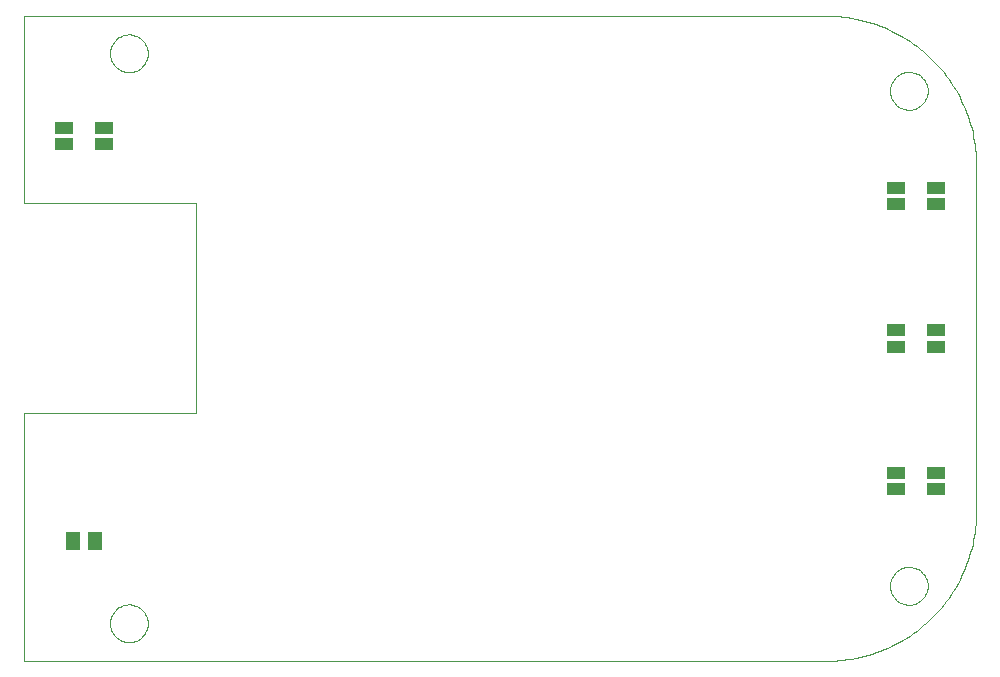
<source format=gtp>
G75*
G70*
%OFA0B0*%
%FSLAX24Y24*%
%IPPOS*%
%LPD*%
%AMOC8*
5,1,8,0,0,1.08239X$1,22.5*
%
%ADD10C,0.0000*%
%ADD11R,0.0512X0.0591*%
%ADD12R,0.0591X0.0394*%
D10*
X002187Y002187D02*
X002187Y010437D01*
X007937Y010437D01*
X007937Y017437D01*
X002187Y017437D01*
X002187Y023687D01*
X028937Y023687D01*
X031057Y021187D02*
X031060Y021244D01*
X031067Y021301D01*
X031080Y021357D01*
X031098Y021411D01*
X031121Y021464D01*
X031149Y021514D01*
X031181Y021562D01*
X031217Y021606D01*
X031257Y021647D01*
X031301Y021685D01*
X031347Y021718D01*
X031397Y021746D01*
X031449Y021770D01*
X031503Y021790D01*
X031559Y021804D01*
X031615Y021813D01*
X031673Y021817D01*
X031730Y021816D01*
X031787Y021809D01*
X031843Y021797D01*
X031898Y021781D01*
X031951Y021759D01*
X032002Y021733D01*
X032050Y021702D01*
X032096Y021667D01*
X032138Y021627D01*
X032176Y021585D01*
X032210Y021538D01*
X032240Y021489D01*
X032265Y021438D01*
X032285Y021384D01*
X032301Y021329D01*
X032311Y021273D01*
X032316Y021216D01*
X032316Y021158D01*
X032311Y021101D01*
X032301Y021045D01*
X032285Y020990D01*
X032265Y020936D01*
X032240Y020885D01*
X032210Y020836D01*
X032176Y020789D01*
X032138Y020747D01*
X032096Y020707D01*
X032050Y020672D01*
X032002Y020641D01*
X031951Y020615D01*
X031898Y020593D01*
X031843Y020577D01*
X031787Y020565D01*
X031730Y020558D01*
X031673Y020557D01*
X031615Y020561D01*
X031559Y020570D01*
X031503Y020584D01*
X031449Y020604D01*
X031397Y020628D01*
X031347Y020656D01*
X031301Y020689D01*
X031257Y020727D01*
X031217Y020768D01*
X031181Y020812D01*
X031149Y020860D01*
X031121Y020910D01*
X031098Y020963D01*
X031080Y021017D01*
X031067Y021073D01*
X031060Y021130D01*
X031057Y021187D01*
X028937Y023687D02*
X029077Y023685D01*
X029217Y023679D01*
X029357Y023669D01*
X029497Y023656D01*
X029636Y023638D01*
X029775Y023616D01*
X029912Y023591D01*
X030050Y023562D01*
X030186Y023529D01*
X030321Y023492D01*
X030455Y023451D01*
X030588Y023406D01*
X030720Y023358D01*
X030850Y023306D01*
X030979Y023251D01*
X031106Y023192D01*
X031232Y023129D01*
X031356Y023063D01*
X031477Y022994D01*
X031597Y022921D01*
X031715Y022844D01*
X031830Y022765D01*
X031944Y022682D01*
X032054Y022596D01*
X032163Y022507D01*
X032269Y022415D01*
X032372Y022320D01*
X032473Y022223D01*
X032570Y022122D01*
X032665Y022019D01*
X032757Y021913D01*
X032846Y021804D01*
X032932Y021694D01*
X033015Y021580D01*
X033094Y021465D01*
X033171Y021347D01*
X033244Y021227D01*
X033313Y021106D01*
X033379Y020982D01*
X033442Y020856D01*
X033501Y020729D01*
X033556Y020600D01*
X033608Y020470D01*
X033656Y020338D01*
X033701Y020205D01*
X033742Y020071D01*
X033779Y019936D01*
X033812Y019800D01*
X033841Y019662D01*
X033866Y019525D01*
X033888Y019386D01*
X033906Y019247D01*
X033919Y019107D01*
X033929Y018967D01*
X033935Y018827D01*
X033937Y018687D01*
X033937Y007187D01*
X031057Y004687D02*
X031060Y004744D01*
X031067Y004801D01*
X031080Y004857D01*
X031098Y004911D01*
X031121Y004964D01*
X031149Y005014D01*
X031181Y005062D01*
X031217Y005106D01*
X031257Y005147D01*
X031301Y005185D01*
X031347Y005218D01*
X031397Y005246D01*
X031449Y005270D01*
X031503Y005290D01*
X031559Y005304D01*
X031615Y005313D01*
X031673Y005317D01*
X031730Y005316D01*
X031787Y005309D01*
X031843Y005297D01*
X031898Y005281D01*
X031951Y005259D01*
X032002Y005233D01*
X032050Y005202D01*
X032096Y005167D01*
X032138Y005127D01*
X032176Y005085D01*
X032210Y005038D01*
X032240Y004989D01*
X032265Y004938D01*
X032285Y004884D01*
X032301Y004829D01*
X032311Y004773D01*
X032316Y004716D01*
X032316Y004658D01*
X032311Y004601D01*
X032301Y004545D01*
X032285Y004490D01*
X032265Y004436D01*
X032240Y004385D01*
X032210Y004336D01*
X032176Y004289D01*
X032138Y004247D01*
X032096Y004207D01*
X032050Y004172D01*
X032002Y004141D01*
X031951Y004115D01*
X031898Y004093D01*
X031843Y004077D01*
X031787Y004065D01*
X031730Y004058D01*
X031673Y004057D01*
X031615Y004061D01*
X031559Y004070D01*
X031503Y004084D01*
X031449Y004104D01*
X031397Y004128D01*
X031347Y004156D01*
X031301Y004189D01*
X031257Y004227D01*
X031217Y004268D01*
X031181Y004312D01*
X031149Y004360D01*
X031121Y004410D01*
X031098Y004463D01*
X031080Y004517D01*
X031067Y004573D01*
X031060Y004630D01*
X031057Y004687D01*
X028937Y002187D02*
X002187Y002187D01*
X005057Y003437D02*
X005060Y003494D01*
X005067Y003551D01*
X005080Y003607D01*
X005098Y003661D01*
X005121Y003714D01*
X005149Y003764D01*
X005181Y003812D01*
X005217Y003856D01*
X005257Y003897D01*
X005301Y003935D01*
X005347Y003968D01*
X005397Y003996D01*
X005449Y004020D01*
X005503Y004040D01*
X005559Y004054D01*
X005615Y004063D01*
X005673Y004067D01*
X005730Y004066D01*
X005787Y004059D01*
X005843Y004047D01*
X005898Y004031D01*
X005951Y004009D01*
X006002Y003983D01*
X006050Y003952D01*
X006096Y003917D01*
X006138Y003877D01*
X006176Y003835D01*
X006210Y003788D01*
X006240Y003739D01*
X006265Y003688D01*
X006285Y003634D01*
X006301Y003579D01*
X006311Y003523D01*
X006316Y003466D01*
X006316Y003408D01*
X006311Y003351D01*
X006301Y003295D01*
X006285Y003240D01*
X006265Y003186D01*
X006240Y003135D01*
X006210Y003086D01*
X006176Y003039D01*
X006138Y002997D01*
X006096Y002957D01*
X006050Y002922D01*
X006002Y002891D01*
X005951Y002865D01*
X005898Y002843D01*
X005843Y002827D01*
X005787Y002815D01*
X005730Y002808D01*
X005673Y002807D01*
X005615Y002811D01*
X005559Y002820D01*
X005503Y002834D01*
X005449Y002854D01*
X005397Y002878D01*
X005347Y002906D01*
X005301Y002939D01*
X005257Y002977D01*
X005217Y003018D01*
X005181Y003062D01*
X005149Y003110D01*
X005121Y003160D01*
X005098Y003213D01*
X005080Y003267D01*
X005067Y003323D01*
X005060Y003380D01*
X005057Y003437D01*
X028937Y002187D02*
X029077Y002189D01*
X029217Y002195D01*
X029357Y002205D01*
X029497Y002218D01*
X029636Y002236D01*
X029775Y002258D01*
X029912Y002283D01*
X030050Y002312D01*
X030186Y002345D01*
X030321Y002382D01*
X030455Y002423D01*
X030588Y002468D01*
X030720Y002516D01*
X030850Y002568D01*
X030979Y002623D01*
X031106Y002682D01*
X031232Y002745D01*
X031356Y002811D01*
X031477Y002880D01*
X031597Y002953D01*
X031715Y003030D01*
X031830Y003109D01*
X031944Y003192D01*
X032054Y003278D01*
X032163Y003367D01*
X032269Y003459D01*
X032372Y003554D01*
X032473Y003651D01*
X032570Y003752D01*
X032665Y003855D01*
X032757Y003961D01*
X032846Y004070D01*
X032932Y004180D01*
X033015Y004294D01*
X033094Y004409D01*
X033171Y004527D01*
X033244Y004647D01*
X033313Y004768D01*
X033379Y004892D01*
X033442Y005018D01*
X033501Y005145D01*
X033556Y005274D01*
X033608Y005404D01*
X033656Y005536D01*
X033701Y005669D01*
X033742Y005803D01*
X033779Y005938D01*
X033812Y006074D01*
X033841Y006212D01*
X033866Y006349D01*
X033888Y006488D01*
X033906Y006627D01*
X033919Y006767D01*
X033929Y006907D01*
X033935Y007047D01*
X033937Y007187D01*
X005057Y022437D02*
X005060Y022494D01*
X005067Y022551D01*
X005080Y022607D01*
X005098Y022661D01*
X005121Y022714D01*
X005149Y022764D01*
X005181Y022812D01*
X005217Y022856D01*
X005257Y022897D01*
X005301Y022935D01*
X005347Y022968D01*
X005397Y022996D01*
X005449Y023020D01*
X005503Y023040D01*
X005559Y023054D01*
X005615Y023063D01*
X005673Y023067D01*
X005730Y023066D01*
X005787Y023059D01*
X005843Y023047D01*
X005898Y023031D01*
X005951Y023009D01*
X006002Y022983D01*
X006050Y022952D01*
X006096Y022917D01*
X006138Y022877D01*
X006176Y022835D01*
X006210Y022788D01*
X006240Y022739D01*
X006265Y022688D01*
X006285Y022634D01*
X006301Y022579D01*
X006311Y022523D01*
X006316Y022466D01*
X006316Y022408D01*
X006311Y022351D01*
X006301Y022295D01*
X006285Y022240D01*
X006265Y022186D01*
X006240Y022135D01*
X006210Y022086D01*
X006176Y022039D01*
X006138Y021997D01*
X006096Y021957D01*
X006050Y021922D01*
X006002Y021891D01*
X005951Y021865D01*
X005898Y021843D01*
X005843Y021827D01*
X005787Y021815D01*
X005730Y021808D01*
X005673Y021807D01*
X005615Y021811D01*
X005559Y021820D01*
X005503Y021834D01*
X005449Y021854D01*
X005397Y021878D01*
X005347Y021906D01*
X005301Y021939D01*
X005257Y021977D01*
X005217Y022018D01*
X005181Y022062D01*
X005149Y022110D01*
X005121Y022160D01*
X005098Y022213D01*
X005080Y022267D01*
X005067Y022323D01*
X005060Y022380D01*
X005057Y022437D01*
D11*
X004561Y006187D03*
X003813Y006187D03*
D12*
X003518Y019411D03*
X003518Y019963D03*
X004856Y019963D03*
X004856Y019411D03*
X031268Y017963D03*
X031268Y017411D03*
X032606Y017411D03*
X032606Y017963D03*
X032606Y013213D03*
X032606Y012661D03*
X031268Y012661D03*
X031268Y013213D03*
X031268Y008463D03*
X031268Y007911D03*
X032606Y007911D03*
X032606Y008463D03*
M02*

</source>
